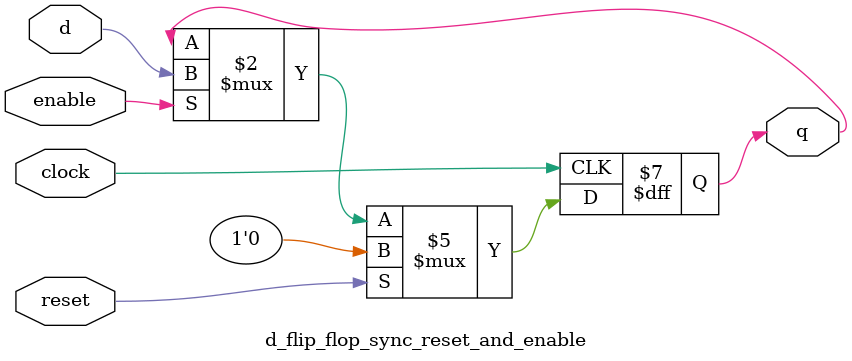
<source format=sv>
module d_flip_flop_sync_reset_and_enable
(
    input  clock,
    input  reset,
    input  enable,
    input  d,
    output logic q
);

    always_ff @ (posedge clock)
        if (reset)
            q <= 1'b0;
        else if (enable)
            q <= d;

endmodule

</source>
